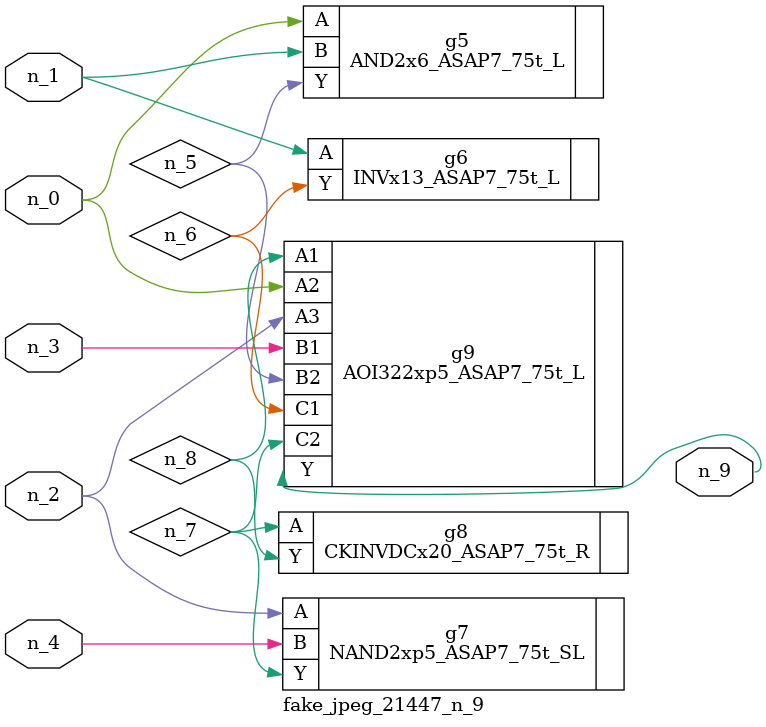
<source format=v>
module fake_jpeg_21447_n_9 (n_3, n_2, n_1, n_0, n_4, n_9);

input n_3;
input n_2;
input n_1;
input n_0;
input n_4;

output n_9;

wire n_8;
wire n_6;
wire n_5;
wire n_7;

AND2x6_ASAP7_75t_L g5 ( 
.A(n_0),
.B(n_1),
.Y(n_5)
);

INVx13_ASAP7_75t_L g6 ( 
.A(n_1),
.Y(n_6)
);

NAND2xp5_ASAP7_75t_SL g7 ( 
.A(n_2),
.B(n_4),
.Y(n_7)
);

CKINVDCx20_ASAP7_75t_R g8 ( 
.A(n_7),
.Y(n_8)
);

AOI322xp5_ASAP7_75t_L g9 ( 
.A1(n_8),
.A2(n_0),
.A3(n_2),
.B1(n_3),
.B2(n_5),
.C1(n_6),
.C2(n_7),
.Y(n_9)
);


endmodule
</source>
